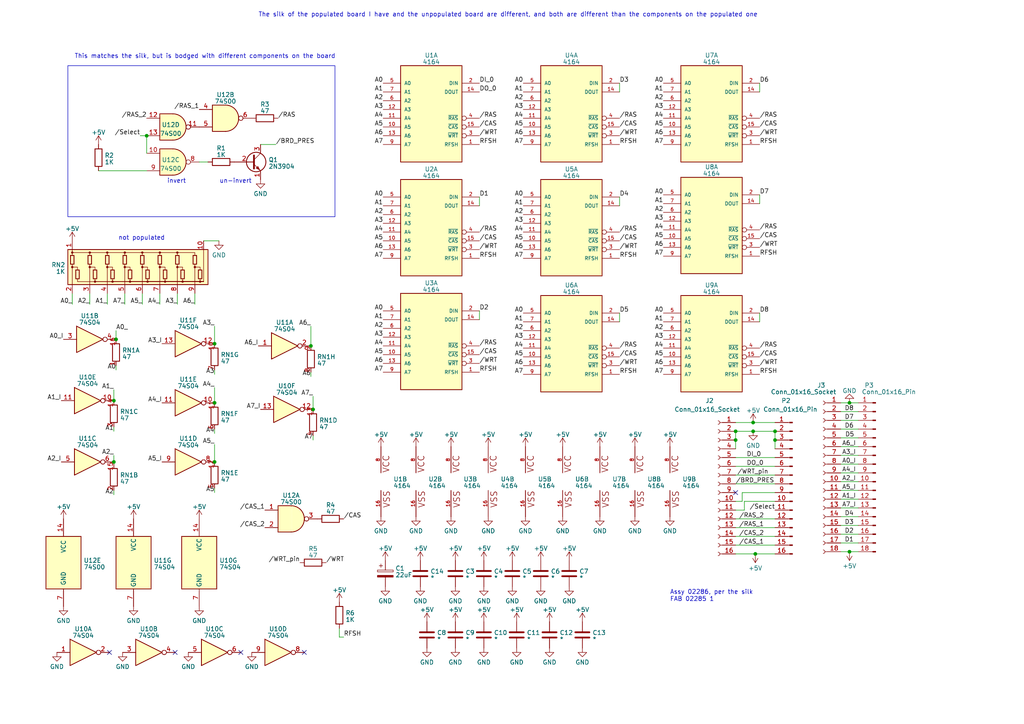
<source format=kicad_sch>
(kicad_sch (version 20230121) (generator eeschema)
  (paper "A4")
  (lib_symbols
    (symbol "74xx:74LS00" (pin_names (offset 1.016))
      (property "Reference" "U" (at 0 1.27 0))
      (property "Value" "74LS00" (at 0 -1.27 0))
      (symbol "74LS00_1_1"
        (pin input line (at -7.62 2.54 0) (length 3.81) (name "~") (number "1"))
        (pin input line (at -7.62 -2.54 0) (length 3.81) (name "~") (number "2"))
        (pin output inverted (at 7.62 0 180) (length 3.81) (name "~") (number "3"))
      )
      (symbol "74LS00_1_2"
        (pin input inverted (at -7.62 2.54 0) (length 4.318) (name "~") (number "1"))
        (pin input inverted (at -7.62 -2.54 0) (length 4.318) (name "~") (number "2"))
        (pin output line (at 7.62 0 180) (length 3.81) (name "~") (number "3"))
      )
      (symbol "74LS00_2_1"
        (pin input line (at -7.62 2.54 0) (length 3.81) (name "~") (number "4"))
        (pin input line (at -7.62 -2.54 0) (length 3.81) (name "~") (number "5"))
        (pin output inverted (at 7.62 0 180) (length 3.81) (name "~") (number "6"))
      )
      (symbol "74LS00_2_2"
        (pin input inverted (at -7.62 2.54 0) (length 4.318) (name "~") (number "4"))
        (pin input inverted (at -7.62 -2.54 0) (length 4.318) (name "~") (number "5"))
        (pin output line (at 7.62 0 180) (length 3.81) (name "~") (number "6"))
      )
      (symbol "74LS00_3_1"
        (pin input line (at -7.62 -2.54 0) (length 3.81) (name "~") (number "10"))
        (pin output inverted (at 7.62 0 180) (length 3.81) (name "~") (number "8"))
        (pin input line (at -7.62 2.54 0) (length 3.81) (name "~") (number "9"))
      )
      (symbol "74LS00_3_2"
        (pin input inverted (at -7.62 -2.54 0) (length 4.318) (name "~") (number "10"))
        (pin output line (at 7.62 0 180) (length 3.81) (name "~") (number "8"))
        (pin input inverted (at -7.62 2.54 0) (length 4.318) (name "~") (number "9"))
      )
      (symbol "74LS00_4_1"
        (pin output inverted (at 7.62 0 180) (length 3.81) (name "~") (number "11"))
        (pin input line (at -7.62 2.54 0) (length 3.81) (name "~") (number "12"))
        (pin input line (at -7.62 -2.54 0) (length 3.81) (name "~") (number "13"))
      )
      (symbol "74LS00_4_2"
        (pin output line (at 7.62 0 180) (length 3.81) (name "~") (number "11"))
        (pin input inverted (at -7.62 2.54 0) (length 4.318) (name "~") (number "12"))
        (pin input inverted (at -7.62 -2.54 0) (length 4.318) (name "~") (number "13"))
      )
      (symbol "74LS00_5_0"
        (pin power_in line (at 0 12.7 270) (length 5.08) (name "VCC") (number "14"))
        (pin power_in line (at 0 -12.7 90) (length 5.08) (name "GND") (number "7"))
      )
    )
    (symbol "74xx:74LS04"
      (property "Reference" "U" (at 0 1.27 0))
      (property "Value" "74LS04" (at 0 -1.27 0))
      (symbol "74LS04_1_0"
        (pin input line (at -7.62 0 0) (length 3.81) (name "~") (number "1"))
        (pin output inverted (at 7.62 0 180) (length 3.81) (name "~") (number "2"))
      )
      (symbol "74LS04_2_0"
        (pin input line (at -7.62 0 0) (length 3.81) (name "~") (number "3"))
        (pin output inverted (at 7.62 0 180) (length 3.81) (name "~") (number "4"))
      )
      (symbol "74LS04_3_0"
        (pin input line (at -7.62 0 0) (length 3.81) (name "~") (number "5"))
        (pin output inverted (at 7.62 0 180) (length 3.81) (name "~") (number "6"))
      )
      (symbol "74LS04_4_0"
        (pin output inverted (at 7.62 0 180) (length 3.81) (name "~") (number "8"))
        (pin input line (at -7.62 0 0) (length 3.81) (name "~") (number "9"))
      )
      (symbol "74LS04_5_0"
        (pin output inverted (at 7.62 0 180) (length 3.81) (name "~") (number "10"))
        (pin input line (at -7.62 0 0) (length 3.81) (name "~") (number "11"))
      )
      (symbol "74LS04_6_0"
        (pin output inverted (at 7.62 0 180) (length 3.81) (name "~") (number "12"))
        (pin input line (at -7.62 0 0) (length 3.81) (name "~") (number "13"))
      )
      (symbol "74LS04_7_0"
        (pin power_in line (at 0 12.7 270) (length 5.08) (name "VCC") (number "14"))
        (pin power_in line (at 0 -12.7 90) (length 5.08) (name "GND") (number "7"))
      )
    )
    (symbol "Connector:Conn_01x16_Pin" (pin_names (offset 1.016) hide)
      (property "Reference" "J" (at 0 20.32 0))
      (property "Value" "Conn_01x16_Pin" (at 0 -22.86 0))
      (symbol "Conn_01x16_Pin_1_1"
        (pin passive line (at 5.08 17.78 180) (length 3.81) (name "Pin_1") (number "1"))
        (pin passive line (at 5.08 -5.08 180) (length 3.81) (name "Pin_10") (number "10"))
        (pin passive line (at 5.08 -7.62 180) (length 3.81) (name "Pin_11") (number "11"))
        (pin passive line (at 5.08 -10.16 180) (length 3.81) (name "Pin_12") (number "12"))
        (pin passive line (at 5.08 -12.7 180) (length 3.81) (name "Pin_13") (number "13"))
        (pin passive line (at 5.08 -15.24 180) (length 3.81) (name "Pin_14") (number "14"))
        (pin passive line (at 5.08 -17.78 180) (length 3.81) (name "Pin_15") (number "15"))
        (pin passive line (at 5.08 -20.32 180) (length 3.81) (name "Pin_16") (number "16"))
        (pin passive line (at 5.08 15.24 180) (length 3.81) (name "Pin_2") (number "2"))
        (pin passive line (at 5.08 12.7 180) (length 3.81) (name "Pin_3") (number "3"))
        (pin passive line (at 5.08 10.16 180) (length 3.81) (name "Pin_4") (number "4"))
        (pin passive line (at 5.08 7.62 180) (length 3.81) (name "Pin_5") (number "5"))
        (pin passive line (at 5.08 5.08 180) (length 3.81) (name "Pin_6") (number "6"))
        (pin passive line (at 5.08 2.54 180) (length 3.81) (name "Pin_7") (number "7"))
        (pin passive line (at 5.08 0 180) (length 3.81) (name "Pin_8") (number "8"))
        (pin passive line (at 5.08 -2.54 180) (length 3.81) (name "Pin_9") (number "9"))
      )
    )
    (symbol "Connector:Conn_01x16_Socket" (pin_names (offset 1.016) hide)
      (property "Reference" "J" (at 0 20.32 0))
      (property "Value" "Conn_01x16_Socket" (at 0 -22.86 0))
      (symbol "Conn_01x16_Socket_1_1"
        (pin passive line (at -5.08 17.78 0) (length 3.81) (name "Pin_1") (number "1"))
        (pin passive line (at -5.08 -5.08 0) (length 3.81) (name "Pin_10") (number "10"))
        (pin passive line (at -5.08 -7.62 0) (length 3.81) (name "Pin_11") (number "11"))
        (pin passive line (at -5.08 -10.16 0) (length 3.81) (name "Pin_12") (number "12"))
        (pin passive line (at -5.08 -12.7 0) (length 3.81) (name "Pin_13") (number "13"))
        (pin passive line (at -5.08 -15.24 0) (length 3.81) (name "Pin_14") (number "14"))
        (pin passive line (at -5.08 -17.78 0) (length 3.81) (name "Pin_15") (number "15"))
        (pin passive line (at -5.08 -20.32 0) (length 3.81) (name "Pin_16") (number "16"))
        (pin passive line (at -5.08 15.24 0) (length 3.81) (name "Pin_2") (number "2"))
        (pin passive line (at -5.08 12.7 0) (length 3.81) (name "Pin_3") (number "3"))
        (pin passive line (at -5.08 10.16 0) (length 3.81) (name "Pin_4") (number "4"))
        (pin passive line (at -5.08 7.62 0) (length 3.81) (name "Pin_5") (number "5"))
        (pin passive line (at -5.08 5.08 0) (length 3.81) (name "Pin_6") (number "6"))
        (pin passive line (at -5.08 2.54 0) (length 3.81) (name "Pin_7") (number "7"))
        (pin passive line (at -5.08 0 0) (length 3.81) (name "Pin_8") (number "8"))
        (pin passive line (at -5.08 -2.54 0) (length 3.81) (name "Pin_9") (number "9"))
      )
    )
    (symbol "Connector:Conn_01x18_Pin" (pin_names (offset 1.016) hide)
      (property "Reference" "J" (at 0 22.86 0))
      (property "Value" "Conn_01x18_Pin" (at 0 -25.4 0))
      (symbol "Conn_01x18_Pin_1_1"
        (pin passive line (at 5.08 20.32 180) (length 3.81) (name "Pin_1") (number "1"))
        (pin passive line (at 5.08 -2.54 180) (length 3.81) (name "Pin_10") (number "10"))
        (pin passive line (at 5.08 -5.08 180) (length 3.81) (name "Pin_11") (number "11"))
        (pin passive line (at 5.08 -7.62 180) (length 3.81) (name "Pin_12") (number "12"))
        (pin passive line (at 5.08 -10.16 180) (length 3.81) (name "Pin_13") (number "13"))
        (pin passive line (at 5.08 -12.7 180) (length 3.81) (name "Pin_14") (number "14"))
        (pin passive line (at 5.08 -15.24 180) (length 3.81) (name "Pin_15") (number "15"))
        (pin passive line (at 5.08 -17.78 180) (length 3.81) (name "Pin_16") (number "16"))
        (pin passive line (at 5.08 -20.32 180) (length 3.81) (name "Pin_17") (number "17"))
        (pin passive line (at 5.08 -22.86 180) (length 3.81) (name "Pin_18") (number "18"))
        (pin passive line (at 5.08 17.78 180) (length 3.81) (name "Pin_2") (number "2"))
        (pin passive line (at 5.08 15.24 180) (length 3.81) (name "Pin_3") (number "3"))
        (pin passive line (at 5.08 12.7 180) (length 3.81) (name "Pin_4") (number "4"))
        (pin passive line (at 5.08 10.16 180) (length 3.81) (name "Pin_5") (number "5"))
        (pin passive line (at 5.08 7.62 180) (length 3.81) (name "Pin_6") (number "6"))
        (pin passive line (at 5.08 5.08 180) (length 3.81) (name "Pin_7") (number "7"))
        (pin passive line (at 5.08 2.54 180) (length 3.81) (name "Pin_8") (number "8"))
        (pin passive line (at 5.08 0 180) (length 3.81) (name "Pin_9") (number "9"))
      )
    )
    (symbol "Connector:Conn_01x18_Socket" (pin_names (offset 1.016) hide)
      (property "Reference" "J" (at 0 22.86 0))
      (property "Value" "Conn_01x18_Socket" (at 0 -25.4 0))
      (symbol "Conn_01x18_Socket_1_1"
        (pin passive line (at -5.08 20.32 0) (length 3.81) (name "Pin_1") (number "1"))
        (pin passive line (at -5.08 -2.54 0) (length 3.81) (name "Pin_10") (number "10"))
        (pin passive line (at -5.08 -5.08 0) (length 3.81) (name "Pin_11") (number "11"))
        (pin passive line (at -5.08 -7.62 0) (length 3.81) (name "Pin_12") (number "12"))
        (pin passive line (at -5.08 -10.16 0) (length 3.81) (name "Pin_13") (number "13"))
        (pin passive line (at -5.08 -12.7 0) (length 3.81) (name "Pin_14") (number "14"))
        (pin passive line (at -5.08 -15.24 0) (length 3.81) (name "Pin_15") (number "15"))
        (pin passive line (at -5.08 -17.78 0) (length 3.81) (name "Pin_16") (number "16"))
        (pin passive line (at -5.08 -20.32 0) (length 3.81) (name "Pin_17") (number "17"))
        (pin passive line (at -5.08 -22.86 0) (length 3.81) (name "Pin_18") (number "18"))
        (pin passive line (at -5.08 17.78 0) (length 3.81) (name "Pin_2") (number "2"))
        (pin passive line (at -5.08 15.24 0) (length 3.81) (name "Pin_3") (number "3"))
        (pin passive line (at -5.08 12.7 0) (length 3.81) (name "Pin_4") (number "4"))
        (pin passive line (at -5.08 10.16 0) (length 3.81) (name "Pin_5") (number "5"))
        (pin passive line (at -5.08 7.62 0) (length 3.81) (name "Pin_6") (number "6"))
        (pin passive line (at -5.08 5.08 0) (length 3.81) (name "Pin_7") (number "7"))
        (pin passive line (at -5.08 2.54 0) (length 3.81) (name "Pin_8") (number "8"))
        (pin passive line (at -5.08 0 0) (length 3.81) (name "Pin_9") (number "9"))
      )
    )
    (symbol "Device:C" (pin_numbers hide) (pin_names (offset 0.254))
      (property "Reference" "C" (at 0.635 2.54 0))
      (property "Value" "C" (at 0.635 -2.54 0))
      (symbol "C_1_1"
        (pin passive line (at 0 3.81 270) (length 2.794) (name "~") (number "1"))
        (pin passive line (at 0 -3.81 90) (length 2.794) (name "~") (number "2"))
      )
    )
    (symbol "Device:C_Polarized" (pin_numbers hide) (pin_names (offset 0.254))
      (property "Reference" "C" (at 0.635 2.54 0))
      (property "Value" "C_Polarized" (at 0.635 -2.54 0))
      (symbol "C_Polarized_1_1"
        (pin passive line (at 0 3.81 270) (length 2.794) (name "~") (number "1"))
        (pin passive line (at 0 -3.81 90) (length 2.794) (name "~") (number "2"))
      )
    )
    (symbol "Device:R" (pin_numbers hide) (pin_names (offset 0))
      (property "Reference" "R" (at 2.032 0 90))
      (property "Value" "R" (at 0 0 90))
      (symbol "R_1_1"
        (pin passive line (at 0 3.81 270) (length 1.27) (name "~") (number "1"))
        (pin passive line (at 0 -3.81 90) (length 1.27) (name "~") (number "2"))
      )
    )
    (symbol "Device:R_Network_Dividers_x08_SIP" (pin_names (offset 0) hide)
      (property "Reference" "RN" (at -22.86 0 90))
      (property "Value" "R_Network_Dividers_x08_SIP" (at 20.32 0 90))
      (symbol "R_Network_Dividers_x08_SIP_1_1"
        (pin passive line (at -20.32 7.62 270) (length 2.54) (name "COM1") (number "1"))
        (pin passive line (at 17.78 7.62 270) (length 2.54) (name "COM2") (number "10"))
        (pin passive line (at -20.32 -7.62 90) (length 2.54) (name "R1") (number "2"))
        (pin passive line (at -15.24 -7.62 90) (length 2.54) (name "R2") (number "3"))
        (pin passive line (at -10.16 -7.62 90) (length 2.54) (name "R3") (number "4"))
        (pin passive line (at -5.08 -7.62 90) (length 2.54) (name "R4") (number "5"))
        (pin passive line (at 0 -7.62 90) (length 2.54) (name "R5") (number "6"))
        (pin passive line (at 5.08 -7.62 90) (length 2.54) (name "R6") (number "7"))
        (pin passive line (at 10.16 -7.62 90) (length 2.54) (name "R7") (number "8"))
        (pin passive line (at 15.24 -7.62 90) (length 2.54) (name "R8") (number "9"))
      )
    )
    (symbol "Device:R_Pack08_Split" (pin_names (offset 0) hide)
      (property "Reference" "RN" (at 2.032 0 90))
      (property "Value" "R_Pack08_Split" (at 0 0 90))
      (symbol "R_Pack08_Split_1_1"
        (pin passive line (at 0 -3.81 90) (length 1.27) (name "R1.1") (number "1"))
        (pin passive line (at 0 3.81 270) (length 1.27) (name "R1.2") (number "16"))
      )
      (symbol "R_Pack08_Split_2_1"
        (pin passive line (at 0 3.81 270) (length 1.27) (name "R2.2") (number "15"))
        (pin passive line (at 0 -3.81 90) (length 1.27) (name "R2.1") (number "2"))
      )
      (symbol "R_Pack08_Split_3_1"
        (pin passive line (at 0 3.81 270) (length 1.27) (name "R3.2") (number "14"))
        (pin passive line (at 0 -3.81 90) (length 1.27) (name "R3.1") (number "3"))
      )
      (symbol "R_Pack08_Split_4_1"
        (pin passive line (at 0 3.81 270) (length 1.27) (name "R4.2") (number "13"))
        (pin passive line (at 0 -3.81 90) (length 1.27) (name "R4.1") (number "4"))
      )
      (symbol "R_Pack08_Split_5_1"
        (pin passive line (at 0 3.81 270) (length 1.27) (name "R5.2") (number "12"))
        (pin passive line (at 0 -3.81 90) (length 1.27) (name "R5.1") (number "5"))
      )
      (symbol "R_Pack08_Split_6_1"
        (pin passive line (at 0 3.81 270) (length 1.27) (name "R6.2") (number "11"))
        (pin passive line (at 0 -3.81 90) (length 1.27) (name "R6.1") (number "6"))
      )
      (symbol "R_Pack08_Split_7_1"
        (pin passive line (at 0 3.81 270) (length 1.27) (name "R7.2") (number "10"))
        (pin passive line (at 0 -3.81 90) (length 1.27) (name "R7.1") (number "7"))
      )
      (symbol "R_Pack08_Split_8_1"
        (pin passive line (at 0 -3.81 90) (length 1.27) (name "R8.1") (number "8"))
        (pin passive line (at 0 3.81 270) (length 1.27) (name "R8.2") (number "9"))
      )
    )
    (symbol "Evan's parts:4164" (pin_names (offset 1.016))
      (property "Reference" "IC" (at -5.08 12.7 0))
      (property "Value" "4164" (at -5.08 -12.065 0))
      (symbol "4164_1_0"
        (pin input line (at 15.24 -7.62 180) (length 5.08) (name "RFSH") (number "1"))
        (pin input line (at -12.7 -2.54 0) (length 5.08) (name "A5") (number "10"))
        (pin input line (at -12.7 0 0) (length 5.08) (name "A4") (number "11"))
        (pin input line (at -12.7 2.54 0) (length 5.08) (name "A3") (number "12"))
        (pin input line (at -12.7 -5.08 0) (length 5.08) (name "A6") (number "13"))
        (pin output line (at 15.24 7.62 180) (length 5.08) (name "DOUT") (number "14"))
        (pin input inverted (at 15.24 -2.54 180) (length 5.08) (name "~{CAS}") (number "15"))
        (pin input line (at 15.24 10.16 180) (length 5.08) (name "DIN") (number "2"))
        (pin input inverted (at 15.24 -5.08 180) (length 5.08) (name "~{WRT}") (number "3"))
        (pin input inverted (at 15.24 0 180) (length 5.08) (name "~{RAS}") (number "4"))
        (pin input line (at -12.7 10.16 0) (length 5.08) (name "A0") (number "5"))
        (pin input line (at -12.7 5.08 0) (length 5.08) (name "A2") (number "6"))
        (pin input line (at -12.7 7.62 0) (length 5.08) (name "A1") (number "7"))
        (pin input line (at -12.7 -7.62 0) (length 5.08) (name "A7") (number "9"))
      )
      (symbol "4164_2_0"
        (text "VCC" (at 2.54 2.54 900) (effects (font (size 1.778 1.778)) (justify left bottom)))
        (text "VSS" (at 0.635 -2.54 900) (effects (font (size 1.778 1.778)) (justify right top)))
        (pin power_in line (at 0 -10.16 90) (length 7.62) (name "~") (number "16"))
        (pin power_in line (at 0 10.16 270) (length 7.62) (name "~") (number "8"))
      )
    )
    (symbol "Transistor_BJT:2N3904" (pin_names (offset 0) hide)
      (property "Reference" "Q" (at 5.08 1.905 0))
      (property "Value" "2N3904" (at 5.08 0 0))
      (symbol "2N3904_1_1"
        (pin passive line (at 2.54 -5.08 90) (length 2.54) (name "E") (number "1"))
        (pin passive line (at -5.08 0 0) (length 5.715) (name "B") (number "2"))
        (pin passive line (at 2.54 5.08 270) (length 2.54) (name "C") (number "3"))
      )
    )
    (symbol "power:+5V" (power) (pin_names (offset 0))
      (property "Value" "+5V" (at 0 3.556 0))
      (symbol "+5V_1_1"
        (pin power_in line (at 0 0 90) (length 0) hide (name "+5V") (number "1"))
      )
    )
    (symbol "power:GND" (power) (pin_names (offset 0))
      (property "Value" "GND" (at 0 -3.81 0))
      (symbol "GND_1_1"
        (pin power_in line (at 0 0 270) (length 0) hide (name "GND") (number "1"))
      )
    )
  )
  (junction (at 224.79 125.095))
  (junction (at 33.655 98.425))
  (junction (at 62.23 116.84))
  (junction (at 90.805 118.745))
  (junction (at 62.23 99.695))
  (junction (at 42.545 39.37))
  (junction (at 33.02 133.985))
  (junction (at 218.44 125.095))
  (junction (at 213.36 127.635))
  (junction (at 62.23 133.985))
  (junction (at 219.075 160.655))
  (junction (at 213.36 125.095))
  (junction (at 246.38 116.84))
  (junction (at 246.38 160.02))
  (junction (at 90.17 100.33))
  (junction (at 218.44 122.555))
  (junction (at 33.02 116.205))
  (junction (at 224.79 127.635))
  (no_connect (at 31.75 189.23))
  (no_connect (at 213.36 142.875))
  (no_connect (at 69.85 189.23))
  (no_connect (at 88.265 189.23))
  (no_connect (at 50.8 189.23))
  (wire (pts (xy 215.9 147.955) (xy 215.9 145.415)))
  (wire (pts (xy 243.84 119.38) (xy 248.92 119.38)))
  (wire (pts (xy 62.23 94.615) (xy 62.23 99.695)))
  (wire (pts (xy 33.02 142.24) (xy 33.02 143.51)))
  (wire (pts (xy 218.44 122.555) (xy 224.79 122.555)))
  (wire (pts (xy 213.36 137.795) (xy 224.79 137.795)))
  (wire (pts (xy 179.705 24.13) (xy 179.705 26.67)))
  (wire (pts (xy 99.695 184.785) (xy 98.425 184.785)))
  (wire (pts (xy 28.575 49.53) (xy 42.545 49.53)))
  (wire (pts (xy 243.84 121.92) (xy 248.92 121.92)))
  (wire (pts (xy 243.84 147.32) (xy 248.92 147.32)))
  (wire (pts (xy 213.36 125.095) (xy 218.44 125.095)))
  (wire (pts (xy 90.805 114.935) (xy 90.805 118.745)))
  (wire (pts (xy 179.705 90.805) (xy 179.705 93.345)))
  (wire (pts (xy 59.055 69.85) (xy 63.5 69.85)))
  (wire (pts (xy 243.84 144.78) (xy 248.92 144.78)))
  (wire (pts (xy 80.01 41.91) (xy 75.565 41.91)))
  (wire (pts (xy 213.36 150.495) (xy 224.79 150.495)))
  (wire (pts (xy 62.23 107.315) (xy 62.23 108.585)))
  (wire (pts (xy 246.38 160.02) (xy 248.92 160.02)))
  (wire (pts (xy 40.64 39.37) (xy 42.545 39.37)))
  (wire (pts (xy 41.275 88.265) (xy 41.275 85.09)))
  (wire (pts (xy 213.36 132.715) (xy 224.79 132.715)))
  (wire (pts (xy 56.515 88.265) (xy 56.515 85.09)))
  (wire (pts (xy 213.36 140.335) (xy 224.79 140.335)))
  (wire (pts (xy 243.84 152.4) (xy 248.92 152.4)))
  (wire (pts (xy 220.345 90.805) (xy 220.345 93.345)))
  (wire (pts (xy 246.38 116.84) (xy 248.92 116.84)))
  (wire (pts (xy 213.36 122.555) (xy 218.44 122.555)))
  (wire (pts (xy 33.02 133.985) (xy 33.02 134.62)))
  (wire (pts (xy 213.36 145.415) (xy 215.265 145.415)))
  (wire (pts (xy 243.84 157.48) (xy 248.92 157.48)))
  (wire (pts (xy 26.035 85.09) (xy 26.035 88.265)))
  (wire (pts (xy 139.065 90.17) (xy 139.065 92.71)))
  (wire (pts (xy 33.655 106.045) (xy 33.655 107.315)))
  (wire (pts (xy 60.325 46.99) (xy 57.785 46.99)))
  (wire (pts (xy 224.79 127.635) (xy 224.79 130.175)))
  (wire (pts (xy 62.23 128.905) (xy 62.23 133.985)))
  (wire (pts (xy 243.84 134.62) (xy 248.92 134.62)))
  (wire (pts (xy 33.02 132.08) (xy 33.02 133.985)))
  (wire (pts (xy 213.36 125.095) (xy 213.36 127.635)))
  (wire (pts (xy 220.345 24.13) (xy 220.345 26.67)))
  (wire (pts (xy 213.36 147.955) (xy 215.9 147.955)))
  (wire (pts (xy 31.115 85.09) (xy 31.115 88.265)))
  (wire (pts (xy 42.545 39.37) (xy 42.545 44.45)))
  (wire (pts (xy 224.79 125.095) (xy 224.79 127.635)))
  (wire (pts (xy 62.23 124.46) (xy 62.23 125.73)))
  (wire (pts (xy 243.84 132.08) (xy 248.92 132.08)))
  (wire (pts (xy 243.84 160.02) (xy 246.38 160.02)))
  (wire (pts (xy 220.345 56.515) (xy 220.345 59.055)))
  (wire (pts (xy 46.355 88.265) (xy 46.355 85.09)))
  (wire (pts (xy 243.84 127) (xy 248.92 127)))
  (wire (pts (xy 215.9 145.415) (xy 224.79 145.415)))
  (wire (pts (xy 90.17 94.615) (xy 90.17 100.33)))
  (wire (pts (xy 243.84 154.94) (xy 248.92 154.94)))
  (wire (pts (xy 33.02 113.03) (xy 33.02 116.205)))
  (wire (pts (xy 36.195 88.265) (xy 36.195 85.09)))
  (wire (pts (xy 213.36 160.655) (xy 219.075 160.655)))
  (wire (pts (xy 215.265 142.875) (xy 224.79 142.875)))
  (wire (pts (xy 213.36 155.575) (xy 224.79 155.575)))
  (wire (pts (xy 98.425 184.785) (xy 98.425 182.245)))
  (wire (pts (xy 243.84 137.16) (xy 248.92 137.16)))
  (wire (pts (xy 213.36 135.255) (xy 224.79 135.255)))
  (wire (pts (xy 51.435 88.265) (xy 51.435 85.09)))
  (wire (pts (xy 218.44 125.095) (xy 224.79 125.095)))
  (wire (pts (xy 213.36 127.635) (xy 213.36 130.175)))
  (wire (pts (xy 243.84 142.24) (xy 248.92 142.24)))
  (wire (pts (xy 219.075 160.655) (xy 224.79 160.655)))
  (wire (pts (xy 139.065 57.15) (xy 139.065 59.69)))
  (wire (pts (xy 213.36 158.115) (xy 224.79 158.115)))
  (wire (pts (xy 243.84 139.7) (xy 248.92 139.7)))
  (wire (pts (xy 213.36 153.035) (xy 224.79 153.035)))
  (wire (pts (xy 20.955 85.09) (xy 20.955 88.265)))
  (wire (pts (xy 243.84 124.46) (xy 248.92 124.46)))
  (wire (pts (xy 243.84 129.54) (xy 248.92 129.54)))
  (wire (pts (xy 33.655 95.885) (xy 33.655 98.425)))
  (wire (pts (xy 243.84 149.86) (xy 248.92 149.86)))
  (wire (pts (xy 33.02 123.825) (xy 33.02 125.095)))
  (wire (pts (xy 215.265 145.415) (xy 215.265 142.875)))
  (wire (pts (xy 62.23 112.395) (xy 62.23 116.84)))
  (wire (pts (xy 90.17 107.95) (xy 90.17 109.22)))
  (wire (pts (xy 62.23 141.605) (xy 62.23 142.875)))
  (wire (pts (xy 179.705 57.15) (xy 179.705 59.69)))
  (wire (pts (xy 243.84 116.84) (xy 246.38 116.84)))
  (wire (pts (xy 90.805 126.365) (xy 90.805 127.635)))
  (rectangle (start 19.685 19.05) (end 97.155 62.865))
  (text "invert" (at 53.975 53.34 0) (effects (font (size 1.27 1.27)) (justify right bottom)))
  (text "Assy 02286, per the silk\nFAB 02285 1" (at 194.31 174.625 0) (effects (font (size 1.27 1.27)) (justify left bottom)))
  (text "This matches the silk, but is bodged with different components on the board" (at 21.59 17.145 0) (effects (font (size 1.27 1.27)) (justify left bottom)))
  (text "not populated" (at 34.29 69.85 0) (effects (font (size 1.27 1.27)) (justify left bottom)))
  (text "un-invert" (at 73.025 53.34 0) (effects (font (size 1.27 1.27)) (justify right bottom)))
  (text "The silk of the populated board I have and the unpopulated board are different, and both are different than the components on the populated one\n" (at 74.93 5.08 0) (effects (font (size 1.27 1.27)) (justify left bottom)))
  (label "A5" (at 192.405 69.215 180))
  (label "D7" (at 247.65 121.92 180))
  (label "D1" (at 247.65 157.48 180))
  (label "A3" (at 151.765 64.77 180))
  (label "{slash}RAS_1" (at 221.615 153.035 180))
  (label "A6_" (at 90.17 94.615 180))
  (label "{slash}WRT" (at 179.705 72.39 0))
  (label "D4" (at 179.705 57.15 0))
  (label "A7" (at 151.765 74.93 180))
  (label "A7_I" (at 248.285 147.32 180))
  (label "{slash}WRT" (at 139.065 105.41 0))
  (label "A5_I" (at 46.99 133.985 180))
  (label "A1" (at 111.125 59.69 180))
  (label "A6_I" (at 248.285 129.54 180))
  (label "{slash}RAS" (at 179.705 67.31 0))
  (label "A7_" (at 36.195 88.265 180))
  (label "A6" (at 151.765 106.045 180))
  (label "A6_" (at 56.515 88.265 180))
  (label "A2" (at 111.125 95.25 180))
  (label "DI_0" (at 139.065 24.13 0))
  (label "A4" (at 62.23 125.73 180))
  (label "{slash}WRT" (at 94.615 163.195 0))
  (label "{slash}CAS" (at 139.065 36.83 0))
  (label "A6" (at 151.765 39.37 180))
  (label "{slash}BRD_PRES" (at 80.01 41.91 0))
  (label "A6" (at 192.405 71.755 180))
  (label "A7" (at 151.765 108.585 180))
  (label "A0_" (at 33.655 95.885 0))
  (label "A4_" (at 62.23 112.395 180))
  (label "A6" (at 192.405 39.37 180))
  (label "A3" (at 62.23 108.585 180))
  (label "A1" (at 111.125 92.71 180))
  (label "{slash}CAS_2" (at 221.615 155.575 180))
  (label "A0" (at 33.655 107.315 180))
  (label "A6" (at 90.17 109.22 180))
  (label "{slash}CAS_1" (at 76.835 147.955 180))
  (label "{slash}WRT" (at 220.345 71.755 0))
  (label "A4" (at 192.405 100.965 180))
  (label "A3_I" (at 46.99 99.695 180))
  (label "A5" (at 151.765 103.505 180))
  (label "D8" (at 247.65 119.38 180))
  (label "RFSH" (at 139.065 41.91 0))
  (label "{slash}RAS" (at 139.065 34.29 0))
  (label "A6" (at 151.765 72.39 180))
  (label "A0_I" (at 18.415 98.425 180))
  (label "A1" (at 192.405 59.055 180))
  (label "A3" (at 192.405 31.75 180))
  (label "A2" (at 111.125 29.21 180))
  (label "A4_" (at 46.355 88.265 180))
  (label "D6" (at 247.65 124.46 180))
  (label "A4" (at 151.765 100.965 180))
  (label "A4" (at 111.125 67.31 180))
  (label "{slash}WRT" (at 220.345 106.045 0))
  (label "A2_" (at 33.02 132.08 180))
  (label "{slash}WRT" (at 179.705 106.045 0))
  (label "D3" (at 247.65 152.4 180))
  (label "{slash}CAS_1" (at 221.615 158.115 180))
  (label "A2_I" (at 17.78 133.985 180))
  (label "A4" (at 192.405 34.29 180))
  (label "RFSH" (at 139.065 74.93 0))
  (label "A1_I" (at 17.78 116.205 180))
  (label "{slash}RAS_2" (at 221.615 150.495 180))
  (label "RFSH" (at 220.345 74.295 0))
  (label "{slash}WRT" (at 220.345 39.37 0))
  (label "{slash}RAS" (at 179.705 100.965 0))
  (label "{slash}RAS" (at 139.065 100.33 0))
  (label "A7" (at 192.405 108.585 180))
  (label "A1" (at 151.765 26.67 180))
  (label "{slash}Select" (at 40.64 39.37 180))
  (label "RFSH" (at 179.705 74.93 0))
  (label "D5" (at 179.705 90.805 0))
  (label "A7_" (at 90.805 114.935 180))
  (label "A1_I" (at 248.285 144.78 180))
  (label "A0" (at 151.765 57.15 180))
  (label "A3" (at 111.125 97.79 180))
  (label "D1" (at 139.065 57.15 0))
  (label "A5_" (at 41.275 88.265 180))
  (label "A0" (at 111.125 57.15 180))
  (label "A6" (at 111.125 39.37 180))
  (label "A1" (at 192.405 26.67 180))
  (label "A1" (at 33.02 125.095 180))
  (label "A4" (at 192.405 66.675 180))
  (label "{slash}WRT" (at 139.065 39.37 0))
  (label "{slash}RAS" (at 220.345 34.29 0))
  (label "A2" (at 151.765 62.23 180))
  (label "A6" (at 192.405 106.045 180))
  (label "{slash}CAS_2" (at 76.835 153.035 180))
  (label "A3_" (at 51.435 88.265 180))
  (label "A4" (at 111.125 100.33 180))
  (label "D2" (at 247.65 154.94 180))
  (label "RFSH" (at 179.705 41.91 0))
  (label "A5" (at 111.125 69.85 180))
  (label "{slash}CAS" (at 220.345 103.505 0))
  (label "{slash}CAS" (at 139.065 69.85 0))
  (label "A0" (at 111.125 24.13 180))
  (label "{slash}RAS" (at 179.705 34.29 0))
  (label "A5" (at 111.125 102.87 180))
  (label "A3_" (at 62.23 94.615 180))
  (label "A4_I" (at 46.99 116.84 180))
  (label "A2" (at 111.125 62.23 180))
  (label "A2" (at 33.02 143.51 180))
  (label "{slash}WRT_pin" (at 86.995 163.195 180))
  (label "{slash}RAS_1" (at 57.785 31.75 180))
  (label "A1_" (at 33.02 113.03 180))
  (label "A2" (at 192.405 29.21 180))
  (label "A0" (at 151.765 90.805 180))
  (label "A4" (at 151.765 67.31 180))
  (label "{slash}WRT" (at 179.705 39.37 0))
  (label "A5" (at 192.405 103.505 180))
  (label "A5_I" (at 248.285 142.24 180))
  (label "A3" (at 151.765 98.425 180))
  (label "A3" (at 192.405 98.425 180))
  (label "A7" (at 111.125 107.95 180))
  (label "A2" (at 192.405 95.885 180))
  (label "A2" (at 192.405 61.595 180))
  (label "A6" (at 111.125 105.41 180))
  (label "{slash}RAS_2" (at 42.545 34.29 180))
  (label "A3" (at 111.125 31.75 180))
  (label "{slash}CAS" (at 139.065 102.87 0))
  (label "A0" (at 151.765 24.13 180))
  (label "{slash}Select" (at 224.79 147.955 180))
  (label "A1" (at 111.125 26.67 180))
  (label "{slash}BRD_PRES" (at 213.36 140.335 0))
  (label "{slash}RAS" (at 220.345 100.965 0))
  (label "{slash}RAS" (at 139.065 67.31 0))
  (label "A6" (at 111.125 72.39 180))
  (label "D4" (at 247.65 149.86 180))
  (label "RFSH" (at 99.695 184.785 0))
  (label "A4_I" (at 248.285 137.16 180))
  (label "A2" (at 151.765 29.21 180))
  (label "A2" (at 151.765 95.885 180))
  (label "A1" (at 151.765 59.69 180))
  (label "A2_I" (at 248.285 139.7 180))
  (label "A1" (at 192.405 93.345 180))
  (label "{slash}CAS" (at 179.705 103.505 0))
  (label "A0" (at 192.405 90.805 180))
  (label "RFSH" (at 139.065 107.95 0))
  (label "{slash}CAS" (at 179.705 36.83 0))
  (label "A6_I" (at 74.93 100.33 180))
  (label "{slash}CAS" (at 220.345 36.83 0))
  (label "A7" (at 111.125 41.91 180))
  (label "A0_I" (at 248.285 134.62 180))
  (label "A5" (at 62.23 142.875 180))
  (label "A5" (at 151.765 69.85 180))
  (label "A3" (at 192.405 64.135 180))
  (label "A7" (at 192.405 74.295 180))
  (label "A0" (at 192.405 24.13 180))
  (label "A1" (at 151.765 93.345 180))
  (label "{slash}WRT_pin" (at 222.885 137.795 180))
  (label "RFSH" (at 220.345 41.91 0))
  (label "D2" (at 139.065 90.17 0))
  (label "A7" (at 151.765 41.91 180))
  (label "{slash}RAS" (at 80.645 34.29 0))
  (label "A2_" (at 26.035 88.265 180))
  (label "{slash}RAS" (at 220.345 66.675 0))
  (label "A3" (at 111.125 64.77 180))
  (label "A3" (at 151.765 31.75 180))
  (label "RFSH" (at 179.705 108.585 0))
  (label "D3" (at 179.705 24.13 0))
  (label "A5" (at 151.765 36.83 180))
  (label "A5" (at 111.125 36.83 180))
  (label "A4" (at 111.125 34.29 180))
  (label "A0_" (at 20.955 88.265 180))
  (label "A7" (at 90.805 127.635 180))
  (label "A5" (at 192.405 36.83 180))
  (label "A0" (at 111.125 90.17 180))
  (label "A0" (at 192.405 56.515 180))
  (label "A7_I" (at 75.565 118.745 180))
  (label "D8" (at 220.345 90.805 0))
  (label "A7" (at 192.405 41.91 180))
  (label "{slash}CAS" (at 99.695 150.495 0))
  (label "DO_0" (at 216.535 135.255 0))
  (label "{slash}CAS" (at 179.705 69.85 0))
  (label "D6" (at 220.345 24.13 0))
  (label "DI_0" (at 216.535 132.715 0))
  (label "RFSH" (at 220.345 108.585 0))
  (label "{slash}CAS" (at 220.345 69.215 0))
  (label "D5" (at 245.11 127 0))
  (label "A3_I" (at 248.285 132.08 180))
  (label "A5_" (at 62.23 128.905 180))
  (label "D7" (at 220.345 56.515 0))
  (label "A1_" (at 31.115 88.265 180))
  (label "A7" (at 111.125 74.93 180))
  (label "A4" (at 151.765 34.29 180))
  (label "{slash}WRT" (at 139.065 72.39 0))
  (label "DO_0" (at 139.065 26.67 0))
  (symbol (lib_id "Evan's parts:4164") (at 205.105 66.675 0) (unit 1)
    (property "Reference" "U8" (at 206.375 48.4251 0))
    (property "Value" "4164" (at 206.375 50.3461 0))
    (property "Footprint" "DIL16" (effects hide))
  )
  (symbol (lib_id "Device:C") (at 156.845 166.37 0) (unit 1)
    (property "Reference" "C6" (at 159.766 165.7263 0) (effects (justify left)))
    (property "Value" "*" (at 159.766 167.6473 0) (effects (justify left)))
  )
  (symbol (lib_id "power:GND") (at 168.91 187.96 0) (unit 1)
    (property "Reference" "#PWR029" (effects hide))
    (property "Value" "GND" (at 168.91 192.0955 0))
  )
  (symbol (lib_id "power:GND") (at 130.81 149.86 0) (unit 1)
    (property "Reference" "#PWR055" (effects hide))
    (property "Value" "GND" (at 130.81 153.9955 0))
  )
  (symbol (lib_id "Connector:Conn_01x18_Socket") (at 238.76 137.16 0) (mirror y) (unit 1)
    (property "Reference" "J3" (at 239.395 111.76 0) (effects (justify left)))
    (property "Value" "Conn_01x16_Socket" (at 242.57 113.665 0) (effects (justify left)))
  )
  (symbol (lib_id "Evan's parts:4164") (at 163.195 139.7 0) (unit 2)
    (property "Reference" "U6" (at 166.7988 138.9716 0) (effects (justify left)))
    (property "Value" "4164" (at 166.7988 140.8926 0) (effects (justify left)))
    (property "Footprint" "DIL16" (effects hide))
  )
  (symbol (lib_id "power:+5V") (at 120.65 129.54 0) (unit 1)
    (property "Reference" "#PWR045" (effects hide))
    (property "Value" "+5V" (at 120.65 126.0381 0))
  )
  (symbol (lib_id "Device:R") (at 95.885 150.495 90) (unit 1)
    (property "Reference" "R4" (at 95.885 146.4691 90))
    (property "Value" "47" (at 95.885 148.3901 90))
  )
  (symbol (lib_id "power:GND") (at 148.59 170.18 0) (unit 1)
    (property "Reference" "#PWR013" (effects hide))
    (property "Value" "GND" (at 148.59 174.3155 0))
  )
  (symbol (lib_id "power:GND") (at 159.385 187.96 0) (unit 1)
    (property "Reference" "#PWR027" (effects hide))
    (property "Value" "GND" (at 159.385 192.0955 0))
  )
  (symbol (lib_id "74xx:74LS04") (at 43.18 189.23 0) (unit 2)
    (property "Reference" "U10" (at 43.18 182.4101 0))
    (property "Value" "74S04" (at 43.18 184.3311 0))
    (property "Datasheet" "http://www.ti.com/lit/gpn/sn74LS04" (effects hide))
  )
  (symbol (lib_id "Evan's parts:4164") (at 141.605 139.7 0) (unit 2)
    (property "Reference" "U4" (at 145.2088 138.9716 0) (effects (justify left)))
    (property "Value" "4164" (at 145.2088 140.8926 0) (effects (justify left)))
    (property "Footprint" "DIL16" (effects hide))
  )
  (symbol (lib_id "power:+5V") (at 152.4 129.54 0) (unit 1)
    (property "Reference" "#PWR048" (effects hide))
    (property "Value" "+5V" (at 152.4 126.0381 0))
  )
  (symbol (lib_id "power:GND") (at 152.4 149.86 0) (unit 1)
    (property "Reference" "#PWR057" (effects hide))
    (property "Value" "GND" (at 152.4 153.9955 0))
  )
  (symbol (lib_id "74xx:74LS04") (at 83.185 118.745 0) (unit 6)
    (property "Reference" "U10" (at 83.185 111.9251 0))
    (property "Value" "74S04" (at 83.185 113.8461 0))
    (property "Datasheet" "http://www.ti.com/lit/gpn/sn74LS04" (effects hide))
  )
  (symbol (lib_id "Evan's parts:4164") (at 164.465 100.965 0) (unit 1)
    (property "Reference" "U6" (at 165.735 82.7151 0))
    (property "Value" "4164" (at 165.735 84.6361 0))
    (property "Footprint" "DIL16" (effects hide))
  )
  (symbol (lib_id "power:+5V") (at 149.86 180.34 0) (unit 1)
    (property "Reference" "#PWR024" (effects hide))
    (property "Value" "+5V" (at 149.86 176.8381 0))
  )
  (symbol (lib_id "Evan's parts:4164") (at 164.465 34.29 0) (unit 1)
    (property "Reference" "U4" (at 165.735 16.0401 0))
    (property "Value" "4164" (at 165.735 17.9611 0))
    (property "Footprint" "DIL16" (effects hide))
  )
  (symbol (lib_id "Device:R") (at 76.835 34.29 90) (unit 1)
    (property "Reference" "R3" (at 76.835 30.2641 90))
    (property "Value" "47" (at 76.835 32.1851 90))
  )
  (symbol (lib_id "Device:R_Network_Dividers_x08_SIP") (at 41.275 77.47 0) (unit 1)
    (property "Reference" "RN2" (at 18.923 76.8263 0) (effects (justify right)))
    (property "Value" "1K" (at 18.923 78.7473 0) (effects (justify right)))
    (property "Footprint" "Resistor_THT:R_Array_SIP10" (effects hide))
    (property "Datasheet" "http://www.vishay.com/docs/31509/csc.pdf" (effects hide))
  )
  (symbol (lib_id "Device:R_Pack08_Split") (at 33.02 138.43 0) (unit 2)
    (property "Reference" "RN1" (at 34.798 137.7863 0) (effects (justify left)))
    (property "Value" "47" (at 34.798 139.7073 0) (effects (justify left)))
  )
  (symbol (lib_id "power:+5V") (at 140.335 162.56 0) (unit 1)
    (property "Reference" "#PWR010" (effects hide))
    (property "Value" "+5V" (at 140.335 159.0581 0))
  )
  (symbol (lib_id "power:GND") (at 184.15 149.86 0) (unit 1)
    (property "Reference" "#PWR060" (effects hide))
    (property "Value" "GND" (at 184.15 153.9955 0))
  )
  (symbol (lib_id "power:GND") (at 156.845 170.18 0) (unit 1)
    (property "Reference" "#PWR015" (effects hide))
    (property "Value" "GND" (at 156.845 174.3155 0))
  )
  (symbol (lib_id "Device:C") (at 140.335 166.37 0) (unit 1)
    (property "Reference" "C4" (at 143.256 165.7263 0) (effects (justify left)))
    (property "Value" "*" (at 143.256 167.6473 0) (effects (justify left)))
  )
  (symbol (lib_id "Device:R_Pack08_Split") (at 33.02 120.015 0) (unit 3)
    (property "Reference" "RN1" (at 34.798 119.3713 0) (effects (justify left)))
    (property "Value" "47" (at 34.798 121.2923 0) (effects (justify left)))
  )
  (symbol (lib_id "74xx:74LS04") (at 62.23 189.23 0) (unit 3)
    (property "Reference" "U10" (at 62.23 182.4101 0))
    (property "Value" "74S04" (at 62.23 184.3311 0))
    (property "Datasheet" "http://www.ti.com/lit/gpn/sn74LS04" (effects hide))
  )
  (symbol (lib_id "power:GND") (at 57.785 175.895 0) (unit 1)
    (property "Reference" "#PWR035" (effects hide))
    (property "Value" "GND" (at 57.785 180.0305 0))
  )
  (symbol (lib_id "Evan's parts:4164") (at 205.105 34.29 0) (unit 1)
    (property "Reference" "U7" (at 206.375 16.0401 0))
    (property "Value" "4164" (at 206.375 17.9611 0))
    (property "Footprint" "DIL16" (effects hide))
  )
  (symbol (lib_id "74xx:74LS00") (at 18.415 163.195 0) (unit 5)
    (property "Reference" "U12" (at 24.257 162.5513 0) (effects (justify left)))
    (property "Value" "74S00" (at 24.257 164.4723 0) (effects (justify left)))
    (property "Datasheet" "http://www.ti.com/lit/gpn/sn74ls00" (effects hide))
  )
  (symbol (lib_id "Evan's parts:4164") (at 123.825 67.31 0) (unit 1)
    (property "Reference" "U2" (at 125.095 49.0601 0))
    (property "Value" "4164" (at 125.095 50.9811 0))
    (property "Footprint" "DIL16" (effects hide))
  )
  (symbol (lib_id "power:GND") (at 173.99 149.86 0) (unit 1)
    (property "Reference" "#PWR059" (effects hide))
    (property "Value" "GND" (at 173.99 153.9955 0))
  )
  (symbol (lib_id "74xx:74LS00") (at 50.165 46.99 0) (mirror x) (unit 3)
    (property "Reference" "U12" (at 49.53 46.355 0))
    (property "Value" "74S00" (at 49.53 48.895 0))
    (property "Datasheet" "http://www.ti.com/lit/gpn/sn74ls00" (effects hide))
  )
  (symbol (lib_id "Device:C") (at 148.59 166.37 0) (unit 1)
    (property "Reference" "C5" (at 151.511 165.7263 0) (effects (justify left)))
    (property "Value" "*" (at 151.511 167.6473 0) (effects (justify left)))
  )
  (symbol (lib_id "Connector:Conn_01x16_Socket") (at 208.28 140.335 0) (mirror y) (unit 1)
    (property "Reference" "J2" (at 207.01 116.205 0) (effects (justify left)))
    (property "Value" "Conn_01x16_Socket" (at 214.63 118.745 0) (effects (justify left)))
  )
  (symbol (lib_id "Device:C") (at 132.08 184.15 0) (unit 1)
    (property "Reference" "C9" (at 135.001 183.5063 0) (effects (justify left)))
    (property "Value" "*" (at 135.001 185.4273 0) (effects (justify left)))
  )
  (symbol (lib_id "power:+5V") (at 246.38 160.02 180) (unit 1)
    (property "Reference" "#PWR02" (effects hide))
    (property "Value" "+5V" (at 246.38 164.1555 0))
  )
  (symbol (lib_id "power:+5V") (at 148.59 162.56 0) (unit 1)
    (property "Reference" "#PWR012" (effects hide))
    (property "Value" "+5V" (at 148.59 159.0581 0))
  )
  (symbol (lib_id "power:GND") (at 141.605 149.86 0) (unit 1)
    (property "Reference" "#PWR056" (effects hide))
    (property "Value" "GND" (at 141.605 153.9955 0))
  )
  (symbol (lib_id "Device:C") (at 168.91 184.15 0) (unit 1)
    (property "Reference" "C13" (at 171.831 183.5063 0) (effects (justify left)))
    (property "Value" "*" (at 171.831 185.4273 0) (effects (justify left)))
  )
  (symbol (lib_id "74xx:74LS04") (at 57.785 163.195 0) (unit 7)
    (property "Reference" "U10" (at 63.627 162.5513 0) (effects (justify left)))
    (property "Value" "74S04" (at 63.627 164.4723 0) (effects (justify left)))
    (property "Datasheet" "http://www.ti.com/lit/gpn/sn74LS04" (effects hide))
  )
  (symbol (lib_id "74xx:74LS04") (at 80.645 189.23 0) (unit 4)
    (property "Reference" "U10" (at 80.645 182.4101 0))
    (property "Value" "74S04" (at 80.645 184.3311 0))
    (property "Datasheet" "http://www.ti.com/lit/gpn/sn74LS04" (effects hide))
  )
  (symbol (lib_id "74xx:74LS04") (at 54.61 133.985 0) (unit 4)
    (property "Reference" "U11" (at 54.61 127.1651 0))
    (property "Value" "74S04" (at 54.61 129.0861 0))
    (property "Datasheet" "http://www.ti.com/lit/gpn/sn74LS04" (effects hide))
  )
  (symbol (lib_id "power:GND") (at 132.08 187.96 0) (unit 1)
    (property "Reference" "#PWR021" (effects hide))
    (property "Value" "GND" (at 132.08 192.0955 0))
  )
  (symbol (lib_id "power:GND") (at 163.195 149.86 0) (unit 1)
    (property "Reference" "#PWR058" (effects hide))
    (property "Value" "GND" (at 163.195 153.9955 0))
  )
  (symbol (lib_id "Device:C") (at 140.335 184.15 0) (unit 1)
    (property "Reference" "C10" (at 143.256 183.5063 0) (effects (justify left)))
    (property "Value" "*" (at 143.256 185.4273 0) (effects (justify left)))
  )
  (symbol (lib_id "Device:C") (at 165.1 166.37 0) (unit 1)
    (property "Reference" "C7" (at 168.021 165.7263 0) (effects (justify left)))
    (property "Value" "*" (at 168.021 167.6473 0) (effects (justify left)))
  )
  (symbol (lib_id "power:+5V") (at 132.08 180.34 0) (unit 1)
    (property "Reference" "#PWR020" (effects hide))
    (property "Value" "+5V" (at 132.08 176.8381 0))
  )
  (symbol (lib_id "power:+5V") (at 57.785 150.495 0) (unit 1)
    (property "Reference" "#PWR034" (effects hide))
    (property "Value" "+5V" (at 57.785 146.9931 0))
  )
  (symbol (lib_id "power:+5V") (at 219.075 160.655 180) (unit 1)
    (property "Reference" "#PWR03" (effects hide))
    (property "Value" "+5V" (at 219.075 164.7905 0))
  )
  (symbol (lib_id "power:+5V") (at 20.955 69.85 0) (unit 1)
    (property "Reference" "#PWR032" (effects hide))
    (property "Value" "+5V" (at 20.955 66.3481 0))
  )
  (symbol (lib_id "74xx:74LS04") (at 82.55 100.33 0) (unit 1)
    (property "Reference" "U11" (at 82.55 93.5101 0))
    (property "Value" "74S04" (at 82.55 95.4311 0))
    (property "Datasheet" "http://www.ti.com/lit/gpn/sn74LS04" (effects hide))
  )
  (symbol (lib_id "Device:C") (at 149.86 184.15 0) (unit 1)
    (property "Reference" "C11" (at 152.781 183.5063 0) (effects (justify left)))
    (property "Value" "*" (at 152.781 185.4273 0) (effects (justify left)))
  )
  (symbol (lib_id "power:+5V") (at 110.49 129.54 0) (unit 1)
    (property "Reference" "#PWR044" (effects hide))
    (property "Value" "+5V" (at 110.49 126.0381 0))
  )
  (symbol (lib_id "74xx:74LS04") (at 26.035 98.425 0) (unit 2)
    (property "Reference" "U11" (at 26.035 91.6051 0))
    (property "Value" "74S04" (at 26.035 93.5261 0))
    (property "Datasheet" "http://www.ti.com/lit/gpn/sn74LS04" (effects hide))
  )
  (symbol (lib_id "74xx:74LS00") (at 50.165 36.83 0) (unit 4)
    (property "Reference" "U12" (at 49.53 36.195 0))
    (property "Value" "74S00" (at 49.53 38.735 0))
    (property "Datasheet" "http://www.ti.com/lit/gpn/sn74ls00" (effects hide))
  )
  (symbol (lib_id "power:GND") (at 165.1 170.18 0) (unit 1)
    (property "Reference" "#PWR017" (effects hide))
    (property "Value" "GND" (at 165.1 174.3155 0))
  )
  (symbol (lib_id "power:+5V") (at 218.44 122.555 0) (unit 1)
    (property "Reference" "#PWR04" (effects hide))
    (property "Value" "+5V" (at 218.44 119.0531 0))
  )
  (symbol (lib_id "power:GND") (at 140.335 170.18 0) (unit 1)
    (property "Reference" "#PWR011" (effects hide))
    (property "Value" "GND" (at 140.335 174.3155 0))
  )
  (symbol (lib_id "Evan's parts:4164") (at 130.81 139.7 0) (unit 2)
    (property "Reference" "U3" (at 134.4138 138.9716 0) (effects (justify left)))
    (property "Value" "4164" (at 134.4138 140.8926 0) (effects (justify left)))
    (property "Footprint" "DIL16" (effects hide))
  )
  (symbol (lib_id "Evan's parts:4164") (at 184.15 139.7 0) (unit 2)
    (property "Reference" "U8" (at 187.7538 138.9716 0) (effects (justify left)))
    (property "Value" "4164" (at 187.7538 140.8926 0) (effects (justify left)))
    (property "Footprint" "DIL16" (effects hide))
  )
  (symbol (lib_id "power:GND") (at 246.38 116.84 180) (unit 1)
    (property "Reference" "#PWR01" (effects hide))
    (property "Value" "GND" (at 246.38 113.3381 0))
  )
  (symbol (lib_id "Evan's parts:4164") (at 194.31 139.7 0) (unit 2)
    (property "Reference" "U9" (at 197.9138 138.9716 0) (effects (justify left)))
    (property "Value" "4164" (at 197.9138 140.8926 0) (effects (justify left)))
    (property "Footprint" "DIL16" (effects hide))
  )
  (symbol (lib_id "Device:R_Pack08_Split") (at 90.17 104.14 0) (unit 8)
    (property "Reference" "RN1" (at 91.948 103.4963 0) (effects (justify left)))
    (property "Value" "47" (at 91.948 105.4173 0) (effects (justify left)))
  )
  (symbol (lib_id "power:+5V") (at 140.335 180.34 0) (unit 1)
    (property "Reference" "#PWR022" (effects hide))
    (property "Value" "+5V" (at 140.335 176.8381 0))
  )
  (symbol (lib_id "power:GND") (at 111.76 170.18 0) (unit 1)
    (property "Reference" "#PWR031" (effects hide))
    (property "Value" "GND" (at 111.76 174.3155 0))
  )
  (symbol (lib_id "74xx:74LS00") (at 84.455 150.495 0) (unit 1)
    (property "Reference" "U12" (at 84.4467 143.6751 0))
    (property "Value" "74S00" (at 84.4467 145.5961 0))
    (property "Datasheet" "http://www.ti.com/lit/gpn/sn74ls00" (effects hide))
  )
  (symbol (lib_id "power:GND") (at 120.65 149.86 0) (unit 1)
    (property "Reference" "#PWR054" (effects hide))
    (property "Value" "GND" (at 120.65 153.9955 0))
  )
  (symbol (lib_id "Device:R_Pack08_Split") (at 62.23 120.65 0) (unit 6)
    (property "Reference" "RN1" (at 64.008 120.0063 0) (effects (justify left)))
    (property "Value" "47" (at 64.008 121.9273 0) (effects (justify left)))
  )
  (symbol (lib_id "Device:R_Pack08_Split") (at 62.23 137.795 0) (unit 5)
    (property "Reference" "RN1" (at 64.008 137.1513 0) (effects (justify left)))
    (property "Value" "47" (at 64.008 139.0723 0) (effects (justify left)))
  )
  (symbol (lib_id "74xx:74LS04") (at 24.13 189.23 0) (unit 1)
    (property "Reference" "U10" (at 24.13 182.4101 0))
    (property "Value" "74S04" (at 24.13 184.3311 0))
    (property "Datasheet" "http://www.ti.com/lit/gpn/sn74LS04" (effects hide))
  )
  (symbol (lib_id "power:GND") (at 18.415 175.895 0) (unit 1)
    (property "Reference" "#PWR039" (effects hide))
    (property "Value" "GND" (at 18.415 180.0305 0))
  )
  (symbol (lib_id "power:+5V") (at 156.845 162.56 0) (unit 1)
    (property "Reference" "#PWR014" (effects hide))
    (property "Value" "+5V" (at 156.845 159.0581 0))
  )
  (symbol (lib_id "Connector:Conn_01x18_Pin") (at 254 137.16 0) (mirror y) (unit 1)
    (property "Reference" "P3" (at 252.095 111.76 0))
    (property "Value" "Conn_01x16_Pin" (at 257.81 113.665 0))
  )
  (symbol (lib_id "power:+5V") (at 141.605 129.54 0) (unit 1)
    (property "Reference" "#PWR047" (effects hide))
    (property "Value" "+5V" (at 141.605 126.0381 0))
  )
  (symbol (lib_id "Evan's parts:4164") (at 120.65 139.7 0) (unit 2)
    (property "Reference" "U2" (at 124.2538 138.9716 0) (effects (justify left)))
    (property "Value" "4164" (at 124.2538 140.8926 0) (effects (justify left)))
    (property "Footprint" "DIL16" (effects hide))
  )
  (symbol (lib_id "Device:R_Pack08_Split") (at 33.655 102.235 0) (unit 1)
    (property "Reference" "RN1" (at 35.433 101.5913 0) (effects (justify left)))
    (property "Value" "47" (at 35.433 103.5123 0) (effects (justify left)))
  )
  (symbol (lib_id "Device:R") (at 98.425 178.435 0) (unit 1)
    (property "Reference" "R6" (at 100.203 177.7913 0) (effects (justify left)))
    (property "Value" "1K" (at 100.203 179.7123 0) (effects (justify left)))
  )
  (symbol (lib_id "power:+5V") (at 194.31 129.54 0) (unit 1)
    (property "Reference" "#PWR052" (effects hide))
    (property "Value" "+5V" (at 194.31 126.0381 0))
  )
  (symbol (lib_id "Device:C") (at 159.385 184.15 0) (unit 1)
    (property "Reference" "C12" (at 162.306 183.5063 0) (effects (justify left)))
    (property "Value" "*" (at 162.306 185.4273 0) (effects (justify left)))
  )
  (symbol (lib_id "power:GND") (at 35.56 189.23 0) (unit 1)
    (property "Reference" "#PWR041" (effects hide))
    (property "Value" "GND" (at 35.56 193.3655 0))
  )
  (symbol (lib_id "power:+5V") (at 28.575 41.91 0) (unit 1)
    (property "Reference" "#PWR063" (effects hide))
    (property "Value" "+5V" (at 28.575 38.4081 0))
  )
  (symbol (lib_id "Device:C") (at 132.08 166.37 0) (unit 1)
    (property "Reference" "C3" (at 135.001 165.7263 0) (effects (justify left)))
    (property "Value" "*" (at 135.001 167.6473 0) (effects (justify left)))
  )
  (symbol (lib_id "power:+5V") (at 168.91 180.34 0) (unit 1)
    (property "Reference" "#PWR028" (effects hide))
    (property "Value" "+5V" (at 168.91 176.8381 0))
  )
  (symbol (lib_id "Device:C") (at 121.92 166.37 0) (unit 1)
    (property "Reference" "C14" (at 124.841 165.7263 0) (effects (justify left)))
    (property "Value" "*" (at 124.841 167.6473 0) (effects (justify left)))
  )
  (symbol (lib_id "Evan's parts:4164") (at 205.105 100.965 0) (unit 1)
    (property "Reference" "U9" (at 206.375 82.7151 0))
    (property "Value" "4164" (at 206.375 84.6361 0))
    (property "Footprint" "DIL16" (effects hide))
  )
  (symbol (lib_id "power:+5V") (at 121.92 162.56 0) (unit 1)
    (property "Reference" "#PWR07" (effects hide))
    (property "Value" "+5V" (at 121.92 159.0581 0))
  )
  (symbol (lib_id "power:+5V") (at 159.385 180.34 0) (unit 1)
    (property "Reference" "#PWR026" (effects hide))
    (property "Value" "+5V" (at 159.385 176.8381 0))
  )
  (symbol (lib_id "Evan's parts:4164") (at 110.49 139.7 0) (unit 2)
    (property "Reference" "U1" (at 114.0938 138.9716 0) (effects (justify left)))
    (property "Value" "4164" (at 114.0938 140.8926 0) (effects (justify left)))
    (property "Footprint" "DIL16" (effects hide))
  )
  (symbol (lib_id "74xx:74LS04") (at 54.61 99.695 0) (unit 6)
    (property "Reference" "U11" (at 54.61 92.8751 0))
    (property "Value" "74S04" (at 54.61 94.7961 0))
    (property "Datasheet" "http://www.ti.com/lit/gpn/sn74LS04" (effects hide))
  )
  (symbol (lib_id "Transistor_BJT:2N3904") (at 73.025 46.99 0) (unit 1)
    (property "Reference" "Q1" (at 77.8764 46.3463 0) (effects (justify left)))
    (property "Value" "2N3904" (at 77.8764 48.2673 0) (effects (justify left)))
    (property "Footprint" "Package_TO_SOT_THT:TO-92_Inline" (effects hide))
    (property "Datasheet" "https://www.onsemi.com/pub/Collateral/2N3903-D.PDF" (effects hide))
  )
  (symbol (lib_id "74xx:74LS04") (at 38.735 163.195 0) (unit 7)
    (property "Reference" "U11" (at 44.577 162.5513 0) (effects (justify left)))
    (property "Value" "74S04" (at 44.577 164.4723 0) (effects (justify left)))
    (property "Datasheet" "http://www.ti.com/lit/gpn/sn74LS04" (effects hide))
  )
  (symbol (lib_id "74xx:74LS04") (at 54.61 116.84 0) (unit 5)
    (property "Reference" "U11" (at 54.61 110.0201 0))
    (property "Value" "74S04" (at 54.61 111.9411 0))
    (property "Datasheet" "http://www.ti.com/lit/gpn/sn74LS04" (effects hide))
  )
  (symbol (lib_id "power:GND") (at 73.025 189.23 0) (unit 1)
    (property "Reference" "#PWR043" (effects hide))
    (property "Value" "GND" (at 73.025 193.3655 0))
  )
  (symbol (lib_id "74xx:74LS00") (at 65.405 34.29 0) (unit 2)
    (property "Reference" "U12" (at 65.3967 27.4701 0))
    (property "Value" "74S00" (at 65.3967 29.3911 0))
    (property "Datasheet" "http://www.ti.com/lit/gpn/sn74ls00" (effects hide))
  )
  (symbol (lib_id "Evan's parts:4164") (at 152.4 139.7 0) (unit 2)
    (property "Reference" "U5" (at 156.0038 138.9716 0) (effects (justify left)))
    (property "Value" "4164" (at 156.0038 140.8926 0) (effects (justify left)))
    (property "Footprint" "DIL16" (effects hide))
  )
  (symbol (lib_id "power:+5V") (at 132.08 162.56 0) (unit 1)
    (property "Reference" "#PWR08" (effects hide))
    (property "Value" "+5V" (at 132.08 159.0581 0))
  )
  (symbol (lib_id "Device:C") (at 123.825 184.15 0) (unit 1)
    (property "Reference" "C8" (at 126.746 183.5063 0) (effects (justify left)))
    (property "Value" "*" (at 126.746 185.4273 0) (effects (justify left)))
  )
  (symbol (lib_id "power:+5V") (at 184.15 129.54 0) (unit 1)
    (property "Reference" "#PWR051" (effects hide))
    (property "Value" "+5V" (at 184.15 126.0381 0))
  )
  (symbol (lib_id "Device:R") (at 64.135 46.99 90) (unit 1)
    (property "Reference" "R1" (at 64.135 42.9641 90))
    (property "Value" "1K" (at 64.135 44.8851 90))
  )
  (symbol (lib_id "power:+5V") (at 130.81 129.54 0) (unit 1)
    (property "Reference" "#PWR046" (effects hide))
    (property "Value" "+5V" (at 130.81 126.0381 0))
  )
  (symbol (lib_id "power:+5V") (at 111.76 162.56 0) (unit 1)
    (property "Reference" "#PWR030" (effects hide))
    (property "Value" "+5V" (at 111.76 159.0581 0))
  )
  (symbol (lib_id "power:+5V") (at 38.735 150.495 0) (unit 1)
    (property "Reference" "#PWR036" (effects hide))
    (property "Value" "+5V" (at 38.735 146.9931 0))
  )
  (symbol (lib_id "power:GND") (at 110.49 149.86 0) (unit 1)
    (property "Reference" "#PWR053" (effects hide))
    (property "Value" "GND" (at 110.49 153.9955 0))
  )
  (symbol (lib_id "power:GND") (at 38.735 175.895 0) (unit 1)
    (property "Reference" "#PWR037" (effects hide))
    (property "Value" "GND" (at 38.735 180.0305 0))
  )
  (symbol (lib_id "power:GND") (at 16.51 189.23 0) (unit 1)
    (property "Reference" "#PWR040" (effects hide))
    (property "Value" "GND" (at 16.51 193.3655 0))
  )
  (symbol (lib_id "power:+5V") (at 18.415 150.495 0) (unit 1)
    (property "Reference" "#PWR038" (effects hide))
    (property "Value" "+5V" (at 18.415 146.9931 0))
  )
  (symbol (lib_id "Device:R") (at 28.575 45.72 0) (unit 1)
    (property "Reference" "R2" (at 30.353 45.0763 0) (effects (justify left)))
    (property "Value" "1K" (at 30.353 46.9973 0) (effects (justify left)))
  )
  (symbol (lib_id "Evan's parts:4164") (at 173.99 139.7 0) (unit 2)
    (property "Reference" "U7" (at 177.5938 138.9716 0) (effects (justify left)))
    (property "Value" "4164" (at 177.5938 140.8926 0) (effects (justify left)))
    (property "Footprint" "DIL16" (effects hide))
  )
  (symbol (lib_id "power:+5V") (at 123.825 180.34 0) (unit 1)
    (property "Reference" "#PWR018" (effects hide))
    (property "Value" "+5V" (at 123.825 176.8381 0))
  )
  (symbol (lib_id "Device:C_Polarized") (at 111.76 166.37 0) (unit 1)
    (property "Reference" "C1" (at 114.681 164.8373 0) (effects (justify left)))
    (property "Value" "22uF" (at 114.681 166.7583 0) (effects (justify left)))
  )
  (symbol (lib_id "Device:R") (at 90.805 163.195 90) (unit 1)
    (property "Reference" "R5" (at 90.805 159.1691 90))
    (property "Value" "47" (at 90.805 161.0901 90))
  )
  (symbol (lib_id "power:GND") (at 140.335 187.96 0) (unit 1)
    (property "Reference" "#PWR023" (effects hide))
    (property "Value" "GND" (at 140.335 192.0955 0))
  )
  (symbol (lib_id "74xx:74LS04") (at 25.4 116.205 0) (unit 5)
    (property "Reference" "U10" (at 25.4 109.3851 0))
    (property "Value" "74S04" (at 25.4 111.3061 0))
    (property "Datasheet" "http://www.ti.com/lit/gpn/sn74LS04" (effects hide))
  )
  (symbol (lib_id "power:GND") (at 63.5 69.85 0) (unit 1)
    (property "Reference" "#PWR033" (effects hide))
    (property "Value" "GND" (at 63.5 73.9855 0))
  )
  (symbol (lib_id "power:GND") (at 121.92 170.18 0) (unit 1)
    (property "Reference" "#PWR06" (effects hide))
    (property "Value" "GND" (at 121.92 174.3155 0))
  )
  (symbol (lib_id "power:GND") (at 218.44 125.095 0) (unit 1)
    (property "Reference" "#PWR05" (effects hide))
    (property "Value" "GND" (at 218.44 129.2305 0))
  )
  (symbol (lib_id "Connector:Conn_01x16_Pin") (at 229.87 140.335 0) (mirror y) (unit 1)
    (property "Reference" "P2" (at 227.965 116.205 0))
    (property "Value" "Conn_01x16_Pin" (at 229.235 118.745 0))
  )
  (symbol (lib_id "power:GND") (at 149.86 187.96 0) (unit 1)
    (property "Reference" "#PWR025" (effects hide))
    (property "Value" "GND" (at 149.86 192.0955 0))
  )
  (symbol (lib_id "power:GND") (at 132.08 170.18 0) (unit 1)
    (property "Reference" "#PWR09" (effects hide))
    (property "Value" "GND" (at 132.08 174.3155 0))
  )
  (symbol (lib_id "power:+5V") (at 165.1 162.56 0) (unit 1)
    (property "Reference" "#PWR016" (effects hide))
    (property "Value" "+5V" (at 165.1 159.0581 0))
  )
  (symbol (lib_id "Device:R_Pack08_Split") (at 62.23 103.505 0) (unit 7)
    (property "Reference" "RN1" (at 64.008 102.8613 0) (effects (justify left)))
    (property "Value" "47" (at 64.008 104.7823 0) (effects (justify left)))
  )
  (symbol (lib_id "power:GND") (at 194.31 149.86 0) (unit 1)
    (property "Reference" "#PWR061" (effects hide))
    (property "Value" "GND" (at 194.31 153.9955 0))
  )
  (symbol (lib_id "power:+5V") (at 163.195 129.54 0) (unit 1)
    (property "Reference" "#PWR049" (effects hide))
    (property "Value" "+5V" (at 163.195 126.0381 0))
  )
  (symbol (lib_id "74xx:74LS04") (at 25.4 133.985 0) (unit 3)
    (property "Reference" "U11" (at 25.4 127.1651 0))
    (property "Value" "74S04" (at 25.4 129.0861 0))
    (property "Datasheet" "http://www.ti.com/lit/gpn/sn74LS04" (effects hide))
  )
  (symbol (lib_id "Device:R_Pack08_Split") (at 90.805 122.555 0) (unit 4)
    (property "Reference" "RN1" (at 92.583 121.9113 0) (effects (justify left)))
    (property "Value" "47" (at 92.583 123.8323 0) (effects (justify left)))
  )
  (symbol (lib_id "power:GND") (at 123.825 187.96 0) (unit 1)
    (property "Reference" "#PWR019" (effects hide))
    (property "Value" "GND" (at 123.825 192.0955 0))
  )
  (symbol (lib_id "Evan's parts:4164") (at 123.825 100.33 0) (unit 1)
    (property "Reference" "U3" (at 125.095 82.0801 0))
    (property "Value" "4164" (at 125.095 84.0011 0))
    (property "Footprint" "DIL16" (effects hide))
  )
  (symbol (lib_id "power:+5V") (at 98.425 174.625 0) (unit 1)
    (property "Reference" "#PWR062" (effects hide))
    (property "Value" "+5V" (at 98.425 171.1231 0))
  )
  (symbol (lib_id "Evan's parts:4164") (at 164.465 67.31 0) (unit 1)
    (property "Reference" "U5" (at 165.735 49.0601 0))
    (property "Value" "4164" (at 165.735 50.9811 0))
    (property "Footprint" "DIL16" (effects hide))
  )
  (symbol (lib_id "power:GND") (at 54.61 189.23 0) (unit 1)
    (property "Reference" "#PWR042" (effects hide))
    (property "Value" "GND" (at 54.61 193.3655 0))
  )
  (symbol (lib_id "power:GND") (at 75.565 52.07 0) (unit 1)
    (property "Reference" "#PWR064" (effects hide))
    (property "Value" "GND" (at 75.565 56.2055 0))
  )
  (symbol (lib_id "Evan's parts:4164") (at 123.825 34.29 0) (unit 1)
    (property "Reference" "U1" (at 125.095 16.0401 0))
    (property "Value" "4164" (at 125.095 17.9611 0))
    (property "Footprint" "DIL16" (effects hide))
  )
  (symbol (lib_id "power:+5V") (at 173.99 129.54 0) (unit 1)
    (property "Reference" "#PWR050" (effects hide))
    (property "Value" "+5V" (at 173.99 126.0381 0))
  )
)
</source>
